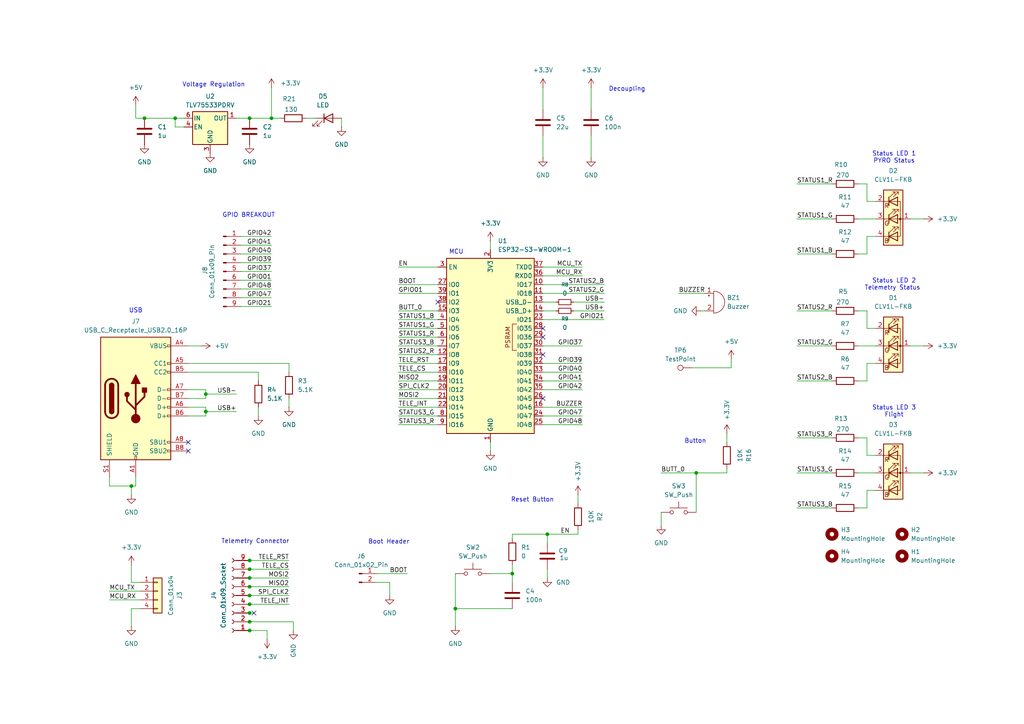
<source format=kicad_sch>
(kicad_sch (version 20250114) (generator "eeschema") (generator_version "9.0")
  (paper "A4")
  (lib_symbols
    (symbol "Connector:Conn_01x02_Pin" (pin_names (offset 1.016) (hide yes))
      (property "Reference" "J" (at 0 2.54 0))
      (property "Value" "Conn_01x02_Pin" (at 0 -5.08 0))
      (symbol "Conn_01x02_Pin_1_1"
        (pin passive line (at 5.08 0 180) (length 3.81) (name "Pin_1") (number "1"))
        (pin passive line (at 5.08 -2.54 180) (length 3.81) (name "Pin_2") (number "2"))
      )
    )
    (symbol "Connector:Conn_01x09_Pin" (pin_names (offset 1.016) (hide yes))
      (property "Reference" "J" (at 0 12.7 0))
      (property "Value" "Conn_01x09_Pin" (at 0 -12.7 0))
      (symbol "Conn_01x09_Pin_1_1"
        (pin passive line (at 5.08 10.16 180) (length 3.81) (name "Pin_1") (number "1"))
        (pin passive line (at 5.08 7.62 180) (length 3.81) (name "Pin_2") (number "2"))
        (pin passive line (at 5.08 5.08 180) (length 3.81) (name "Pin_3") (number "3"))
        (pin passive line (at 5.08 2.54 180) (length 3.81) (name "Pin_4") (number "4"))
        (pin passive line (at 5.08 0 180) (length 3.81) (name "Pin_5") (number "5"))
        (pin passive line (at 5.08 -2.54 180) (length 3.81) (name "Pin_6") (number "6"))
        (pin passive line (at 5.08 -5.08 180) (length 3.81) (name "Pin_7") (number "7"))
        (pin passive line (at 5.08 -7.62 180) (length 3.81) (name "Pin_8") (number "8"))
        (pin passive line (at 5.08 -10.16 180) (length 3.81) (name "Pin_9") (number "9"))
      )
    )
    (symbol "Connector:Conn_01x09_Socket" (pin_names (offset 1.016) (hide yes))
      (property "Reference" "J" (at 0 12.7 0))
      (property "Value" "Conn_01x09_Socket" (at 0 -12.7 0))
      (symbol "Conn_01x09_Socket_1_1"
        (pin passive line (at -5.08 10.16 0) (length 3.81) (name "Pin_1") (number "1"))
        (pin passive line (at -5.08 7.62 0) (length 3.81) (name "Pin_2") (number "2"))
        (pin passive line (at -5.08 5.08 0) (length 3.81) (name "Pin_3") (number "3"))
        (pin passive line (at -5.08 2.54 0) (length 3.81) (name "Pin_4") (number "4"))
        (pin passive line (at -5.08 0 0) (length 3.81) (name "Pin_5") (number "5"))
        (pin passive line (at -5.08 -2.54 0) (length 3.81) (name "Pin_6") (number "6"))
        (pin passive line (at -5.08 -5.08 0) (length 3.81) (name "Pin_7") (number "7"))
        (pin passive line (at -5.08 -7.62 0) (length 3.81) (name "Pin_8") (number "8"))
        (pin passive line (at -5.08 -10.16 0) (length 3.81) (name "Pin_9") (number "9"))
      )
    )
    (symbol "Connector:TestPoint" (pin_numbers (hide yes)) (pin_names (offset 0.762) (hide yes))
      (property "Reference" "TP" (at 0 6.858 0))
      (property "Value" "TestPoint" (at 0 5.08 0))
      (symbol "TestPoint_1_1"
        (pin passive line (at 0 0 90) (length 2.54) (name "1") (number "1"))
      )
    )
    (symbol "Connector:USB_C_Receptacle_USB2.0_16P" (pin_names (offset 1.016))
      (property "Reference" "J" (at 0 22.225 0))
      (property "Value" "USB_C_Receptacle_USB2.0_16P" (at 0 19.685 0))
      (symbol "USB_C_Receptacle_USB2.0_16P_1_1"
        (pin passive line (at -7.62 -22.86 90) (length 5.08) (name "SHIELD") (number "S1"))
        (pin passive line (at 0 -22.86 90) (length 5.08) (name "GND") (number "A1"))
        (pin passive line (at 0 -22.86 90) (length 5.08) (hide yes) (name "GND") (number "A12"))
        (pin passive line (at 0 -22.86 90) (length 5.08) (hide yes) (name "GND") (number "B1"))
        (pin passive line (at 0 -22.86 90) (length 5.08) (hide yes) (name "GND") (number "B12"))
        (pin passive line (at 15.24 15.24 180) (length 5.08) (name "VBUS") (number "A4"))
        (pin passive line (at 15.24 15.24 180) (length 5.08) (hide yes) (name "VBUS") (number "A9"))
        (pin passive line (at 15.24 15.24 180) (length 5.08) (hide yes) (name "VBUS") (number "B4"))
        (pin passive line (at 15.24 15.24 180) (length 5.08) (hide yes) (name "VBUS") (number "B9"))
        (pin bidirectional line (at 15.24 10.16 180) (length 5.08) (name "CC1") (number "A5"))
        (pin bidirectional line (at 15.24 7.62 180) (length 5.08) (name "CC2") (number "B5"))
        (pin bidirectional line (at 15.24 2.54 180) (length 5.08) (name "D-") (number "A7"))
        (pin bidirectional line (at 15.24 0 180) (length 5.08) (name "D-") (number "B7"))
        (pin bidirectional line (at 15.24 -2.54 180) (length 5.08) (name "D+") (number "A6"))
        (pin bidirectional line (at 15.24 -5.08 180) (length 5.08) (name "D+") (number "B6"))
        (pin bidirectional line (at 15.24 -12.7 180) (length 5.08) (name "SBU1") (number "A8"))
        (pin bidirectional line (at 15.24 -15.24 180) (length 5.08) (name "SBU2") (number "B8"))
      )
    )
    (symbol "Connector_Generic:Conn_01x04" (pin_names (offset 1.016) (hide yes))
      (property "Reference" "J" (at 0 5.08 0))
      (property "Value" "Conn_01x04" (at 0 -7.62 0))
      (symbol "Conn_01x04_1_1"
        (pin passive line (at -5.08 2.54 0) (length 3.81) (name "Pin_1") (number "1"))
        (pin passive line (at -5.08 0 0) (length 3.81) (name "Pin_2") (number "2"))
        (pin passive line (at -5.08 -2.54 0) (length 3.81) (name "Pin_3") (number "3"))
        (pin passive line (at -5.08 -5.08 0) (length 3.81) (name "Pin_4") (number "4"))
      )
    )
    (symbol "Device:Buzzer" (pin_names (offset 0.0254) (hide yes))
      (property "Reference" "BZ" (at 3.81 1.27 0))
      (property "Value" "Buzzer" (at 3.81 -1.27 0))
      (symbol "Buzzer_1_1"
        (pin passive line (at -2.54 2.54 0) (length 2.54) (name "+") (number "1"))
        (pin passive line (at -2.54 -2.54 0) (length 2.54) (name "-") (number "2"))
      )
    )
    (symbol "Device:C" (pin_numbers (hide yes)) (pin_names (offset 0.254))
      (property "Reference" "C" (at 0.635 2.54 0))
      (property "Value" "C" (at 0.635 -2.54 0))
      (symbol "C_1_1"
        (pin passive line (at 0 3.81 270) (length 2.794) (name "~") (number "1"))
        (pin passive line (at 0 -3.81 90) (length 2.794) (name "~") (number "2"))
      )
    )
    (symbol "Device:LED" (pin_numbers (hide yes)) (pin_names (offset 1.016) (hide yes))
      (property "Reference" "D" (at 0 2.54 0))
      (property "Value" "LED" (at 0 -2.54 0))
      (symbol "LED_1_1"
        (pin passive line (at -3.81 0 0) (length 2.54) (name "K") (number "1"))
        (pin passive line (at 3.81 0 180) (length 2.54) (name "A") (number "2"))
      )
    )
    (symbol "Device:R" (pin_numbers (hide yes)) (pin_names (offset 0))
      (property "Reference" "R" (at 2.032 0 90))
      (property "Value" "R" (at 0 0 90))
      (symbol "R_1_1"
        (pin passive line (at 0 3.81 270) (length 1.27) (name "~") (number "1"))
        (pin passive line (at 0 -3.81 90) (length 1.27) (name "~") (number "2"))
      )
    )
    (symbol "Device:R_Small" (pin_numbers (hide yes)) (pin_names (offset 0.254) (hide yes))
      (property "Reference" "R" (at 0 0 90))
      (property "Value" "R_Small" (at 1.778 0 90))
      (symbol "R_Small_1_1"
        (pin passive line (at 0 2.54 270) (length 0.762) (name "~") (number "1"))
        (pin passive line (at 0 -2.54 90) (length 0.762) (name "~") (number "2"))
      )
    )
    (symbol "LED:CLV1L-FKB" (pin_names (offset 0) (hide yes))
      (property "Reference" "D" (at 0 9.398 0))
      (property "Value" "CLV1L-FKB" (at 0 -8.89 0))
      (symbol "CLV1L-FKB_0_0"
        (text "R" (at -1.905 3.81 0) (effects (font (size 1.27 1.27))))
        (text "G" (at -1.905 -1.27 0) (effects (font (size 1.27 1.27))))
        (text "B" (at -1.905 -6.35 0) (effects (font (size 1.27 1.27))))
      )
      (symbol "CLV1L-FKB_1_1"
        (pin passive line (at -5.08 5.08 0) (length 2.54) (name "RK") (number "2"))
        (pin passive line (at -5.08 0 0) (length 2.54) (name "GK") (number "3"))
        (pin passive line (at -5.08 -5.08 0) (length 2.54) (name "BK") (number "4"))
        (pin passive line (at 5.08 0 180) (length 2.54) (name "A") (number "1"))
      )
    )
    (symbol "Mechanical:MountingHole" (pin_names (offset 1.016)) (in_bom no)
      (property "Reference" "H" (at 0 5.08 0))
      (property "Value" "MountingHole" (at 0 3.175 0))
    )
    (symbol "RF_Module:ESP32-S3-WROOM-1"
      (property "Reference" "U" (at -12.7 26.67 0))
      (property "Value" "ESP32-S3-WROOM-1" (at 12.7 26.67 0))
      (symbol "ESP32-S3-WROOM-1_0_0"
        (text "PSRAM" (at 5.08 2.54 900) (effects (font (size 1.27 1.27))))
      )
      (symbol "ESP32-S3-WROOM-1_1_1"
        (pin input line (at -15.24 22.86 0) (length 2.54) (name "EN") (number "3"))
        (pin bidirectional line (at -15.24 17.78 0) (length 2.54) (name "IO0") (number "27"))
        (pin bidirectional line (at -15.24 15.24 0) (length 2.54) (name "IO1") (number "39"))
        (pin bidirectional line (at -15.24 12.7 0) (length 2.54) (name "IO2") (number "38"))
        (pin bidirectional line (at -15.24 10.16 0) (length 2.54) (name "IO3") (number "15"))
        (pin bidirectional line (at -15.24 7.62 0) (length 2.54) (name "IO4") (number "4"))
        (pin bidirectional line (at -15.24 5.08 0) (length 2.54) (name "IO5") (number "5"))
        (pin bidirectional line (at -15.24 2.54 0) (length 2.54) (name "IO6") (number "6"))
        (pin bidirectional line (at -15.24 0 0) (length 2.54) (name "IO7") (number "7"))
        (pin bidirectional line (at -15.24 -2.54 0) (length 2.54) (name "IO8") (number "12"))
        (pin bidirectional line (at -15.24 -5.08 0) (length 2.54) (name "IO9") (number "17"))
        (pin bidirectional line (at -15.24 -7.62 0) (length 2.54) (name "IO10") (number "18"))
        (pin bidirectional line (at -15.24 -10.16 0) (length 2.54) (name "IO11") (number "19"))
        (pin bidirectional line (at -15.24 -12.7 0) (length 2.54) (name "IO12") (number "20"))
        (pin bidirectional line (at -15.24 -15.24 0) (length 2.54) (name "IO13") (number "21"))
        (pin bidirectional line (at -15.24 -17.78 0) (length 2.54) (name "IO14") (number "22"))
        (pin bidirectional line (at -15.24 -20.32 0) (length 2.54) (name "IO15") (number "8"))
        (pin bidirectional line (at -15.24 -22.86 0) (length 2.54) (name "IO16") (number "9"))
        (pin power_in line (at 0 27.94 270) (length 2.54) (name "3V3") (number "2"))
        (pin power_in line (at 0 -27.94 90) (length 2.54) (name "GND") (number "1"))
        (pin passive line (at 0 -27.94 90) (length 2.54) (hide yes) (name "GND") (number "40"))
        (pin passive line (at 0 -27.94 90) (length 2.54) (hide yes) (name "GND") (number "41"))
        (pin bidirectional line (at 15.24 22.86 180) (length 2.54) (name "TXD0") (number "37"))
        (pin bidirectional line (at 15.24 20.32 180) (length 2.54) (name "RXD0") (number "36"))
        (pin bidirectional line (at 15.24 17.78 180) (length 2.54) (name "IO17") (number "10"))
        (pin bidirectional line (at 15.24 15.24 180) (length 2.54) (name "IO18") (number "11"))
        (pin bidirectional line (at 15.24 12.7 180) (length 2.54) (name "USB_D-") (number "13"))
        (pin bidirectional line (at 15.24 10.16 180) (length 2.54) (name "USB_D+") (number "14"))
        (pin bidirectional line (at 15.24 7.62 180) (length 2.54) (name "IO21") (number "23"))
        (pin bidirectional line (at 15.24 5.08 180) (length 2.54) (name "IO35") (number "28"))
        (pin bidirectional line (at 15.24 2.54 180) (length 2.54) (name "IO36") (number "29"))
        (pin bidirectional line (at 15.24 0 180) (length 2.54) (name "IO37") (number "30"))
        (pin bidirectional line (at 15.24 -2.54 180) (length 2.54) (name "IO38") (number "31"))
        (pin bidirectional line (at 15.24 -5.08 180) (length 2.54) (name "IO39") (number "32"))
        (pin bidirectional line (at 15.24 -7.62 180) (length 2.54) (name "IO40") (number "33"))
        (pin bidirectional line (at 15.24 -10.16 180) (length 2.54) (name "IO41") (number "34"))
        (pin bidirectional line (at 15.24 -12.7 180) (length 2.54) (name "IO42") (number "35"))
        (pin bidirectional line (at 15.24 -15.24 180) (length 2.54) (name "IO45") (number "26"))
        (pin bidirectional line (at 15.24 -17.78 180) (length 2.54) (name "IO46") (number "16"))
        (pin bidirectional line (at 15.24 -20.32 180) (length 2.54) (name "IO47") (number "24"))
        (pin bidirectional line (at 15.24 -22.86 180) (length 2.54) (name "IO48") (number "25"))
      )
    )
    (symbol "Regulator_Linear:TLV75533PDRV" (pin_names (offset 0.254))
      (property "Reference" "U" (at -3.81 5.715 0))
      (property "Value" "TLV75533PDRV" (at 0 5.715 0))
      (symbol "TLV75533PDRV_1_1"
        (pin power_in line (at -7.62 2.54 0) (length 2.54) (name "IN") (number "6"))
        (pin input line (at -7.62 0 0) (length 2.54) (name "EN") (number "4"))
        (pin power_in line (at 0 -7.62 90) (length 2.54) (name "GND") (number "3"))
        (pin passive line (at 0 -7.62 90) (length 2.54) (hide yes) (name "GND") (number "7"))
        (pin no_connect line (at 5.08 0 180) (length 2.54) (hide yes) (name "NC") (number "2"))
        (pin no_connect line (at 5.08 -2.54 180) (length 2.54) (hide yes) (name "NC") (number "5"))
        (pin power_out line (at 7.62 2.54 180) (length 2.54) (name "OUT") (number "1"))
      )
    )
    (symbol "Switch:SW_Push" (pin_numbers (hide yes)) (pin_names (offset 1.016) (hide yes))
      (property "Reference" "SW" (at 1.27 2.54 0))
      (property "Value" "SW_Push" (at 0 -1.524 0))
      (symbol "SW_Push_0_1"
        (pin passive line (at -5.08 0 0) (length 2.54) (name "1") (number "1"))
        (pin passive line (at 5.08 0 180) (length 2.54) (name "2") (number "2"))
      )
    )
    (symbol "power:+3.3V" (power) (pin_numbers (hide yes)) (pin_names (offset 0) (hide yes))
      (property "Value" "+3.3V" (at 0 3.556 0))
      (symbol "+3.3V_1_1"
        (pin power_in line (at 0 0 90) (length 0) (name "~") (number "1"))
      )
    )
    (symbol "power:+5V" (power) (pin_numbers (hide yes)) (pin_names (offset 0) (hide yes))
      (property "Value" "+5V" (at 0 3.556 0))
      (symbol "+5V_1_1"
        (pin power_in line (at 0 0 90) (length 0) (name "~") (number "1"))
      )
    )
    (symbol "power:GND" (power) (pin_numbers (hide yes)) (pin_names (offset 0) (hide yes))
      (property "Value" "GND" (at 0 -3.81 0))
      (symbol "GND_1_1"
        (pin power_in line (at 0 0 270) (length 0) (name "~") (number "1"))
      )
    )
  )
  (text "Status LED 3\nFlight\n" (at 259.334 119.38 0) (effects (font (size 1.27 1.27))))
  (text "Telemetry Connector\n" (at 74.041 157.099 0) (effects (font (size 1.27 1.27))))
  (text "Voltage Regulation\n" (at 61.976 24.638 0) (effects (font (size 1.27 1.27))))
  (text "Status LED 2\nTelemetry Status \n" (at 259.334 82.55 0) (effects (font (size 1.27 1.27))))
  (text "Boot Header\n" (at 112.776 157.226 0) (effects (font (size 1.27 1.27))))
  (text "Status LED 1\nPYRO Status\n" (at 259.334 45.72 0) (effects (font (size 1.27 1.27))))
  (text "MCU\n\n" (at 132.334 74.168 0) (effects (font (size 1.27 1.27))))
  (text "Decoupling" (at 181.864 25.908 0) (effects (font (size 1.27 1.27))))
  (text "USB\n" (at 39.37 90.17 0) (effects (font (size 1.27 1.27))))
  (text "Reset Button" (at 154.432 145.034 0) (effects (font (size 1.27 1.27))))
  (text "GPIO BREAKOUT\n" (at 72.136 62.484 0) (effects (font (size 1.27 1.27))))
  (text "Button\n" (at 201.676 128.016 0) (effects (font (size 1.27 1.27))))
  (junction (at 50.8 34.29))
  (junction (at 158.75 154.94))
  (junction (at 72.39 177.8))
  (junction (at 72.39 175.26))
  (junction (at 72.39 34.29))
  (junction (at 72.39 162.56))
  (junction (at 148.59 166.37))
  (junction (at 72.39 182.88))
  (junction (at 59.69 119.38))
  (junction (at 41.91 34.29))
  (junction (at 72.39 180.34))
  (junction (at 201.93 137.16))
  (junction (at 72.39 172.72))
  (junction (at 72.39 167.64))
  (junction (at 78.74 34.29))
  (junction (at 38.1 140.97))
  (junction (at 59.69 114.3))
  (junction (at 72.39 165.1))
  (junction (at 72.39 170.18))
  (junction (at 132.08 176.53))
  (no_connect (at 54.61 128.27))
  (no_connect (at 157.48 115.57))
  (no_connect (at 157.48 97.79))
  (no_connect (at 73.66 177.8))
  (no_connect (at 127 87.63))
  (no_connect (at 157.48 95.25))
  (no_connect (at 54.61 130.81))
  (no_connect (at 157.48 102.87))
  (wire (pts (xy 74.93 107.95) (xy 54.61 107.95)))
  (wire (pts (xy 127 120.65) (xy 115.57 120.65)))
  (wire (pts (xy 158.75 154.94) (xy 167.64 154.94)))
  (wire (pts (xy 231.14 53.34) (xy 241.3 53.34)))
  (wire (pts (xy 231.14 73.66) (xy 241.3 73.66)))
  (wire (pts (xy 248.92 137.16) (xy 254 137.16)))
  (wire (pts (xy 115.57 105.41) (xy 127 105.41)))
  (wire (pts (xy 54.61 100.33) (xy 58.42 100.33)))
  (wire (pts (xy 69.85 88.9) (xy 78.74 88.9)))
  (wire (pts (xy 83.82 115.57) (xy 83.82 118.11)))
  (wire (pts (xy 251.46 105.41) (xy 254 105.41)))
  (wire (pts (xy 40.64 171.45) (xy 31.75 171.45)))
  (wire (pts (xy 115.57 100.33) (xy 127 100.33)))
  (wire (pts (xy 167.64 143.51) (xy 167.64 146.05)))
  (wire (pts (xy 212.09 104.14) (xy 212.09 106.68)))
  (wire (pts (xy 166.37 87.63) (xy 175.26 87.63)))
  (wire (pts (xy 251.46 142.24) (xy 254 142.24)))
  (wire (pts (xy 148.59 176.53) (xy 132.08 176.53)))
  (wire (pts (xy 127 97.79) (xy 115.57 97.79)))
  (wire (pts (xy 158.75 167.64) (xy 158.75 165.1)))
  (wire (pts (xy 264.16 63.5) (xy 267.97 63.5)))
  (wire (pts (xy 38.1 163.83) (xy 38.1 168.91)))
  (wire (pts (xy 69.85 76.2) (xy 78.74 76.2)))
  (wire (pts (xy 157.48 45.72) (xy 157.48 39.37)))
  (wire (pts (xy 248.92 53.34) (xy 251.46 53.34)))
  (wire (pts (xy 231.14 100.33) (xy 241.3 100.33)))
  (wire (pts (xy 248.92 147.32) (xy 251.46 147.32)))
  (wire (pts (xy 210.82 135.89) (xy 210.82 137.16)))
  (wire (pts (xy 40.64 168.91) (xy 38.1 168.91)))
  (wire (pts (xy 109.22 166.37) (xy 118.11 166.37)))
  (wire (pts (xy 54.61 120.65) (xy 59.69 120.65)))
  (wire (pts (xy 59.69 120.65) (xy 59.69 119.38)))
  (wire (pts (xy 157.48 92.71) (xy 175.26 92.71)))
  (wire (pts (xy 248.92 127) (xy 251.46 127)))
  (wire (pts (xy 167.64 153.67) (xy 167.64 154.94)))
  (wire (pts (xy 251.46 53.34) (xy 251.46 58.42)))
  (wire (pts (xy 248.92 73.66) (xy 251.46 73.66)))
  (wire (pts (xy 72.39 162.56) (xy 83.82 162.56)))
  (wire (pts (xy 54.61 105.41) (xy 83.82 105.41)))
  (wire (pts (xy 59.69 113.03) (xy 59.69 114.3)))
  (wire (pts (xy 115.57 92.71) (xy 127 92.71)))
  (wire (pts (xy 142.24 69.85) (xy 142.24 72.39)))
  (wire (pts (xy 157.48 77.47) (xy 168.91 77.47)))
  (wire (pts (xy 78.74 25.4) (xy 78.74 34.29)))
  (wire (pts (xy 85.09 182.88) (xy 85.09 180.34)))
  (wire (pts (xy 72.39 172.72) (xy 83.82 172.72)))
  (wire (pts (xy 142.24 166.37) (xy 148.59 166.37)))
  (wire (pts (xy 69.85 78.74) (xy 78.74 78.74)))
  (wire (pts (xy 251.46 73.66) (xy 251.46 68.58)))
  (wire (pts (xy 99.06 34.29) (xy 99.06 36.83)))
  (wire (pts (xy 196.85 85.09) (xy 204.47 85.09)))
  (wire (pts (xy 210.82 125.73) (xy 210.82 128.27)))
  (wire (pts (xy 248.92 63.5) (xy 254 63.5)))
  (wire (pts (xy 54.61 118.11) (xy 59.69 118.11)))
  (wire (pts (xy 157.48 25.4) (xy 157.48 31.75)))
  (wire (pts (xy 168.91 110.49) (xy 157.48 110.49)))
  (wire (pts (xy 251.46 132.08) (xy 254 132.08)))
  (wire (pts (xy 168.91 118.11) (xy 157.48 118.11)))
  (wire (pts (xy 54.61 113.03) (xy 59.69 113.03)))
  (wire (pts (xy 201.93 137.16) (xy 201.93 148.59)))
  (wire (pts (xy 115.57 77.47) (xy 127 77.47)))
  (wire (pts (xy 78.74 34.29) (xy 72.39 34.29)))
  (wire (pts (xy 74.93 110.49) (xy 74.93 107.95)))
  (wire (pts (xy 127 118.11) (xy 115.57 118.11)))
  (wire (pts (xy 39.37 140.97) (xy 38.1 140.97)))
  (wire (pts (xy 157.48 82.55) (xy 175.26 82.55)))
  (wire (pts (xy 41.91 34.29) (xy 50.8 34.29)))
  (wire (pts (xy 72.39 170.18) (xy 83.82 170.18)))
  (wire (pts (xy 264.16 100.33) (xy 267.97 100.33)))
  (wire (pts (xy 148.59 154.94) (xy 158.75 154.94)))
  (wire (pts (xy 69.85 73.66) (xy 78.74 73.66)))
  (wire (pts (xy 127 95.25) (xy 115.57 95.25)))
  (wire (pts (xy 59.69 114.3) (xy 68.58 114.3)))
  (wire (pts (xy 157.48 120.65) (xy 168.91 120.65)))
  (wire (pts (xy 157.48 80.01) (xy 168.91 80.01)))
  (wire (pts (xy 38.1 176.53) (xy 38.1 181.61)))
  (wire (pts (xy 77.47 185.42) (xy 77.47 182.88)))
  (wire (pts (xy 203.2 90.17) (xy 204.47 90.17)))
  (wire (pts (xy 38.1 140.97) (xy 38.1 143.51)))
  (wire (pts (xy 231.14 147.32) (xy 241.3 147.32)))
  (wire (pts (xy 59.69 119.38) (xy 68.58 119.38)))
  (wire (pts (xy 171.45 25.4) (xy 171.45 31.75)))
  (wire (pts (xy 68.58 34.29) (xy 72.39 34.29)))
  (wire (pts (xy 251.46 127) (xy 251.46 132.08)))
  (wire (pts (xy 148.59 163.83) (xy 148.59 166.37)))
  (wire (pts (xy 191.77 137.16) (xy 201.93 137.16)))
  (wire (pts (xy 59.69 115.57) (xy 54.61 115.57)))
  (wire (pts (xy 127 110.49) (xy 115.57 110.49)))
  (wire (pts (xy 148.59 166.37) (xy 148.59 168.91)))
  (wire (pts (xy 251.46 90.17) (xy 251.46 95.25)))
  (wire (pts (xy 132.08 166.37) (xy 132.08 176.53)))
  (wire (pts (xy 158.75 157.48) (xy 158.75 154.94)))
  (wire (pts (xy 127 107.95) (xy 115.57 107.95)))
  (wire (pts (xy 231.14 110.49) (xy 241.3 110.49)))
  (wire (pts (xy 69.85 86.36) (xy 78.74 86.36)))
  (wire (pts (xy 168.91 107.95) (xy 157.48 107.95)))
  (wire (pts (xy 31.75 140.97) (xy 38.1 140.97)))
  (wire (pts (xy 148.59 154.94) (xy 148.59 156.21)))
  (wire (pts (xy 251.46 147.32) (xy 251.46 142.24)))
  (wire (pts (xy 251.46 58.42) (xy 254 58.42)))
  (wire (pts (xy 115.57 102.87) (xy 127 102.87)))
  (wire (pts (xy 59.69 115.57) (xy 59.69 114.3)))
  (wire (pts (xy 127 123.19) (xy 115.57 123.19)))
  (wire (pts (xy 72.39 177.8) (xy 73.66 177.8)))
  (wire (pts (xy 132.08 176.53) (xy 132.08 181.61)))
  (wire (pts (xy 157.48 123.19) (xy 168.91 123.19)))
  (wire (pts (xy 88.9 34.29) (xy 91.44 34.29)))
  (wire (pts (xy 31.75 138.43) (xy 31.75 140.97)))
  (wire (pts (xy 85.09 180.34) (xy 72.39 180.34)))
  (wire (pts (xy 248.92 110.49) (xy 251.46 110.49)))
  (wire (pts (xy 157.48 90.17) (xy 161.29 90.17)))
  (wire (pts (xy 157.48 87.63) (xy 161.29 87.63)))
  (wire (pts (xy 231.14 63.5) (xy 241.3 63.5)))
  (wire (pts (xy 231.14 127) (xy 241.3 127)))
  (wire (pts (xy 115.57 82.55) (xy 127 82.55)))
  (wire (pts (xy 69.85 81.28) (xy 78.74 81.28)))
  (wire (pts (xy 251.46 68.58) (xy 254 68.58)))
  (wire (pts (xy 191.77 148.59) (xy 191.77 152.4)))
  (wire (pts (xy 109.22 168.91) (xy 113.03 168.91)))
  (wire (pts (xy 72.39 167.64) (xy 83.82 167.64)))
  (wire (pts (xy 248.92 90.17) (xy 251.46 90.17)))
  (wire (pts (xy 41.91 34.29) (xy 39.37 34.29)))
  (wire (pts (xy 251.46 95.25) (xy 254 95.25)))
  (wire (pts (xy 201.93 137.16) (xy 210.82 137.16)))
  (wire (pts (xy 171.45 45.72) (xy 171.45 39.37)))
  (wire (pts (xy 72.39 182.88) (xy 77.47 182.88)))
  (wire (pts (xy 69.85 68.58) (xy 78.74 68.58)))
  (wire (pts (xy 39.37 140.97) (xy 39.37 138.43)))
  (wire (pts (xy 53.34 34.29) (xy 50.8 34.29)))
  (wire (pts (xy 251.46 110.49) (xy 251.46 105.41)))
  (wire (pts (xy 83.82 105.41) (xy 83.82 107.95)))
  (wire (pts (xy 78.74 34.29) (xy 81.28 34.29)))
  (wire (pts (xy 40.64 173.99) (xy 31.75 173.99)))
  (wire (pts (xy 168.91 105.41) (xy 157.48 105.41)))
  (wire (pts (xy 166.37 90.17) (xy 175.26 90.17)))
  (wire (pts (xy 231.14 137.16) (xy 241.3 137.16)))
  (wire (pts (xy 127 115.57) (xy 115.57 115.57)))
  (wire (pts (xy 59.69 118.11) (xy 59.69 119.38)))
  (wire (pts (xy 157.48 85.09) (xy 175.26 85.09)))
  (wire (pts (xy 115.57 85.09) (xy 127 85.09)))
  (wire (pts (xy 127 113.03) (xy 115.57 113.03)))
  (wire (pts (xy 157.48 113.03) (xy 168.91 113.03)))
  (wire (pts (xy 69.85 71.12) (xy 78.74 71.12)))
  (wire (pts (xy 39.37 30.48) (xy 39.37 34.29)))
  (wire (pts (xy 200.66 106.68) (xy 212.09 106.68)))
  (wire (pts (xy 113.03 168.91) (xy 113.03 172.72)))
  (wire (pts (xy 231.14 90.17) (xy 241.3 90.17)))
  (wire (pts (xy 72.39 175.26) (xy 83.82 175.26)))
  (wire (pts (xy 69.85 83.82) (xy 78.74 83.82)))
  (wire (pts (xy 50.8 36.83) (xy 50.8 34.29)))
  (wire (pts (xy 40.64 176.53) (xy 38.1 176.53)))
  (wire (pts (xy 74.93 118.11) (xy 74.93 120.65)))
  (wire (pts (xy 53.34 36.83) (xy 50.8 36.83)))
  (wire (pts (xy 157.48 100.33) (xy 168.91 100.33)))
  (wire (pts (xy 115.57 90.17) (xy 127 90.17)))
  (wire (pts (xy 142.24 130.81) (xy 142.24 128.27)))
  (wire (pts (xy 248.92 100.33) (xy 254 100.33)))
  (wire (pts (xy 72.39 165.1) (xy 83.82 165.1)))
  (wire (pts (xy 264.16 137.16) (xy 267.97 137.16)))
  (label "USB+" (at 68.58 119.38 180))
  (label "SPI_CLK2" (at 83.82 172.72 180))
  (label "STATUS2_G" (at 175.26 85.09 180))
  (label "USB-" (at 68.58 114.3 180))
  (label "GPIO01" (at 78.74 81.28 180))
  (label "TELE_RST" (at 115.57 105.41 0))
  (label "STATUS3_G" (at 231.14 137.16 0))
  (label "BUTT_0" (at 191.77 137.16 0))
  (label "TELE_INT" (at 115.57 118.11 0))
  (label "STATUS2_G" (at 231.14 100.33 0))
  (label "EN" (at 162.56 154.94 0))
  (label "GPIO41" (at 78.74 71.12 180))
  (label "MOSI2" (at 83.82 167.64 180))
  (label "GPIO47" (at 78.74 86.36 180))
  (label "GPIO48" (at 168.91 123.19 180))
  (label "BOOT" (at 115.57 82.55 0))
  (label "STATUS1_R" (at 231.14 53.34 0))
  (label "BUZZER" (at 196.85 85.09 0))
  (label "SPI_CLK2" (at 115.57 113.03 0))
  (label "GPIO40" (at 168.91 107.95 180))
  (label "STATUS1_B" (at 231.14 73.66 0))
  (label "MISO2" (at 115.57 110.49 0))
  (label "STATUS3_G" (at 115.57 120.65 0))
  (label "STATUS1_G" (at 231.14 63.5 0))
  (label "GPIO41" (at 168.91 110.49 180))
  (label "GPIO39" (at 78.74 76.2 180))
  (label "GPIO48" (at 78.74 83.82 180))
  (label "MCU_TX" (at 31.75 171.45 0))
  (label "MCU_RX" (at 31.75 173.99 0))
  (label "GPIO47" (at 168.91 120.65 180))
  (label "STATUS3_B" (at 115.57 100.33 0))
  (label "STATUS2_R" (at 115.57 102.87 0))
  (label "MCU_RX" (at 168.91 80.01 180))
  (label "STATUS3_R" (at 231.14 127 0))
  (label "MOSI2" (at 115.57 115.57 0))
  (label "STATUS1_B" (at 115.57 92.71 0))
  (label "STATUS1_R" (at 115.57 97.79 0))
  (label "GPIO01" (at 115.57 85.09 0))
  (label "MISO2" (at 83.82 170.18 180))
  (label "GPIO37" (at 168.91 100.33 180))
  (label "GPIO42" (at 168.91 113.03 180))
  (label "GPIO39" (at 168.91 105.41 180))
  (label "STATUS2_R" (at 231.14 90.17 0))
  (label "GPIO21" (at 175.26 92.71 180))
  (label "BOOT" (at 118.11 166.37 180))
  (label "GPIO42" (at 78.74 68.58 180))
  (label "USB+" (at 175.26 90.17 180))
  (label "TELE_CS" (at 83.82 165.1 180))
  (label "TELE_RST" (at 83.82 162.56 180))
  (label "EN" (at 115.57 77.47 0))
  (label "GPIO37" (at 78.74 78.74 180))
  (label "MCU_TX" (at 168.91 77.47 180))
  (label "STATUS3_B" (at 231.14 147.32 0))
  (label "STATUS2_B" (at 175.26 82.55 180))
  (label "BUTT_0" (at 115.57 90.17 0))
  (label "TELE_CS" (at 115.57 107.95 0))
  (label "USB-" (at 175.26 87.63 180))
  (label "GPIO40" (at 78.74 73.66 180))
  (label "STATUS1_G" (at 115.57 95.25 0))
  (label "GPIO21" (at 78.74 88.9 180))
  (label "STATUS3_R" (at 115.57 123.19 0))
  (label "TELE_INT" (at 83.82 175.26 180))
  (label "STATUS2_B" (at 231.14 110.49 0))
  (label "BUZZER" (at 168.91 118.11 180))
  (symbol (lib_id "Switch:SW_Push") (at 196.85 148.59 0) (unit 1)
    (property "Reference" "SW3" (at 196.85 140.97 0))
    (property "Value" "SW_Push" (at 196.85 143.51 0))
    (property "Footprint" "Button_Switch_SMD:SW_SPST_PTS810" (effects (hide yes)))
    (property "Description" "Push button switch, generic, two pins" (effects (hide yes)))
  )
  (symbol (lib_id "Device:R") (at 167.64 149.86 0) (unit 1)
    (property "Reference" "R2" (at 173.99 149.86 90))
    (property "Value" "10K" (at 171.45 149.86 90))
    (property "Footprint" "Resistor_SMD:R_0805_2012Metric" (effects (hide yes)))
    (property "Description" "Resistor" (effects (hide yes)))
  )
  (symbol (lib_id "power:GND") (at 203.2 90.17 270) (unit 1)
    (property "Reference" "#PWR038" (effects (hide yes)))
    (property "Value" "GND" (at 199.39 90.1701 90) (effects (justify right)))
    (property "Description" "Power symbol creates a global label with name \"GND\" , ground" (effects (hide yes)))
  )
  (symbol (lib_id "power:GND") (at 41.91 41.91 0) (unit 1)
    (property "Reference" "#PWR05" (effects (hide yes)))
    (property "Value" "GND" (at 41.91 46.99 0))
    (property "Description" "Power symbol creates a global label with name \"GND\" , ground" (effects (hide yes)))
  )
  (symbol (lib_id "Device:R") (at 245.11 63.5 90) (unit 1)
    (property "Reference" "R11" (at 245.11 57.15 90))
    (property "Value" "47" (at 245.11 59.69 90))
    (property "Footprint" "Resistor_SMD:R_0805_2012Metric" (effects (hide yes)))
    (property "Description" "Resistor" (effects (hide yes)))
  )
  (symbol (lib_id "Device:R_Small") (at 163.83 90.17 90) (unit 1)
    (property "Reference" "R9" (at 163.83 92.456 90) (effects (font (size 1.016 1.016))))
    (property "Value" "0" (at 163.83 94.996 90))
    (property "Footprint" "Resistor_SMD:R_0805_2012Metric" (effects (hide yes)))
    (property "Description" "Resistor, small symbol" (effects (hide yes)))
  )
  (symbol (lib_id "power:GND") (at 60.96 44.45 0) (unit 1)
    (property "Reference" "#PWR04" (effects (hide yes)))
    (property "Value" "GND" (at 60.96 49.53 0))
    (property "Description" "Power symbol creates a global label with name \"GND\" , ground" (effects (hide yes)))
  )
  (symbol (lib_id "Mechanical:MountingHole") (at 261.62 161.29 0) (unit 1) (in_bom no)
    (property "Reference" "H1" (at 264.16 160.0199 0) (effects (justify left)))
    (property "Value" "MountingHole" (at 264.16 162.5599 0) (effects (justify left)))
    (property "Footprint" "MountingHole:MountingHole_3mm" (effects (hide yes)))
    (property "Description" "Mounting Hole without connection" (effects (hide yes)))
  )
  (symbol (lib_id "Device:R") (at 245.11 53.34 90) (unit 1)
    (property "Reference" "R10" (at 245.872 47.752 90) (effects (justify left)))
    (property "Value" "270" (at 246.3799 50.8 90) (effects (justify left)))
    (property "Footprint" "Resistor_SMD:R_0805_2012Metric" (effects (hide yes)))
    (property "Description" "Resistor" (effects (hide yes)))
  )
  (symbol (lib_id "power:+3.3V") (at 171.45 25.4 0) (unit 1)
    (property "Reference" "#PWR014" (effects (hide yes)))
    (property "Value" "+3.3V" (at 171.45 20.32 0))
    (property "Description" "Power symbol creates a global label with name \"+3.3V\"" (effects (hide yes)))
  )
  (symbol (lib_id "power:GND") (at 38.1 181.61 0) (unit 1)
    (property "Reference" "#PWR011" (effects (hide yes)))
    (property "Value" "GND" (at 38.1 186.69 0))
    (property "Description" "Power symbol creates a global label with name \"GND\" , ground" (effects (hide yes)))
  )
  (symbol (lib_id "LED:CLV1L-FKB") (at 259.08 100.33 0) (unit 1)
    (property "Reference" "D1" (at 259.08 86.36 0))
    (property "Value" "CLV1L-FKB" (at 259.08 88.9 0))
    (property "Footprint" "LED_SMD:LED_Cree-PLCC4_3.2x2.8mm_CCW" (effects (hide yes)))
    (property "Datasheet" "http://www.cree.com/led-components/media/documents/CLV1L-FKB-1238.pdf" (effects (hide yes)))
    (property "Description" "Cree PLCC4 3 in 1 SMD LED" (effects (hide yes)))
  )
  (symbol (lib_id "Device:Buzzer") (at 207.01 87.63 0) (unit 1)
    (property "Reference" "BZ1" (at 210.82 86.3599 0) (effects (justify left)))
    (property "Value" "Buzzer" (at 210.82 88.8999 0) (effects (justify left)))
    (property "Footprint" "Buzzer_Beeper:Buzzer_12x9.5RM7.6" (effects (hide yes)))
    (property "Description" "Buzzer, polarized" (effects (hide yes)))
  )
  (symbol (lib_id "power:GND") (at 171.45 45.72 0) (unit 1)
    (property "Reference" "#PWR013" (effects (hide yes)))
    (property "Value" "GND" (at 171.45 50.8 0))
    (property "Description" "Power symbol creates a global label with name \"GND\" , ground" (effects (hide yes)))
  )
  (symbol (lib_id "Connector:Conn_01x09_Socket") (at 67.31 172.72 180) (unit 1)
    (property "Reference" "J4" (at 61.976 172.72 90))
    (property "Value" "Conn_01x09_Socket" (at 64.77 172.72 90))
    (property "Footprint" "Connector_PinSocket_2.54mm:PinSocket_1x09_P2.54mm_Vertical" (effects (hide yes)))
    (property "Description" "Generic connector, single row, 01x09, script generated" (effects (hide yes)))
  )
  (symbol (lib_id "power:GND") (at 157.48 45.72 0) (unit 1)
    (property "Reference" "#PWR012" (effects (hide yes)))
    (property "Value" "GND" (at 157.48 50.8 0))
    (property "Description" "Power symbol creates a global label with name \"GND\" , ground" (effects (hide yes)))
  )
  (symbol (lib_id "power:GND") (at 99.06 36.83 0) (unit 1)
    (property "Reference" "#PWR028" (effects (hide yes)))
    (property "Value" "GND" (at 99.06 41.91 0))
    (property "Description" "Power symbol creates a global label with name \"GND\" , ground" (effects (hide yes)))
  )
  (symbol (lib_id "Device:C") (at 171.45 35.56 0) (unit 1)
    (property "Reference" "C6" (at 175.26 34.2899 0) (effects (justify left)))
    (property "Value" "100n" (at 175.26 36.8299 0) (effects (justify left)))
    (property "Footprint" "Capacitor_SMD:C_0805_2012Metric" (effects (hide yes)))
    (property "Description" "Unpolarized capacitor" (effects (hide yes)))
  )
  (symbol (lib_id "Connector:TestPoint") (at 200.66 106.68 90) (unit 1)
    (property "Reference" "TP6" (at 197.358 101.6 90))
    (property "Value" "TestPoint" (at 197.358 104.14 90))
    (property "Footprint" "TestPoint:TestPoint_Pad_D2.0mm" (effects (hide yes)))
    (property "Description" "test point" (effects (hide yes)))
  )
  (symbol (lib_id "LED:CLV1L-FKB") (at 259.08 137.16 0) (unit 1)
    (property "Reference" "D3" (at 259.08 123.19 0))
    (property "Value" "CLV1L-FKB" (at 259.08 125.73 0))
    (property "Footprint" "LED_SMD:LED_Cree-PLCC4_3.2x2.8mm_CCW" (effects (hide yes)))
    (property "Datasheet" "http://www.cree.com/led-components/media/documents/CLV1L-FKB-1238.pdf" (effects (hide yes)))
    (property "Description" "Cree PLCC4 3 in 1 SMD LED" (effects (hide yes)))
  )
  (symbol (lib_id "Device:R") (at 210.82 132.08 0) (unit 1)
    (property "Reference" "R16" (at 217.17 132.08 90))
    (property "Value" "10K" (at 214.63 132.08 90))
    (property "Footprint" "Resistor_SMD:R_0805_2012Metric" (effects (hide yes)))
    (property "Description" "Resistor" (effects (hide yes)))
  )
  (symbol (lib_id "Device:R") (at 245.11 90.17 90) (unit 1)
    (property "Reference" "R5" (at 245.872 84.582 90) (effects (justify left)))
    (property "Value" "270" (at 246.3799 87.63 90) (effects (justify left)))
    (property "Footprint" "Resistor_SMD:R_0805_2012Metric" (effects (hide yes)))
    (property "Description" "Resistor" (effects (hide yes)))
  )
  (symbol (lib_id "power:+3.3V") (at 77.47 185.42 180) (unit 1)
    (property "Reference" "#PWR036" (effects (hide yes)))
    (property "Value" "+3.3V" (at 77.47 190.5 0))
    (property "Description" "Power symbol creates a global label with name \"+3.3V\"" (effects (hide yes)))
  )
  (symbol (lib_id "Device:R") (at 245.11 137.16 90) (unit 1)
    (property "Reference" "R14" (at 245.11 130.81 90))
    (property "Value" "47" (at 245.11 133.35 90))
    (property "Footprint" "Resistor_SMD:R_0805_2012Metric" (effects (hide yes)))
    (property "Description" "Resistor" (effects (hide yes)))
  )
  (symbol (lib_id "power:GND") (at 191.77 152.4 0) (unit 1)
    (property "Reference" "#PWR037" (effects (hide yes)))
    (property "Value" "GND" (at 191.77 157.48 0))
    (property "Description" "Power symbol creates a global label with name \"GND\" , ground" (effects (hide yes)))
  )
  (symbol (lib_id "power:+3.3V") (at 157.48 25.4 0) (unit 1)
    (property "Reference" "#PWR015" (effects (hide yes)))
    (property "Value" "+3.3V" (at 157.48 20.32 0))
    (property "Description" "Power symbol creates a global label with name \"+3.3V\"" (effects (hide yes)))
  )
  (symbol (lib_id "power:+5V") (at 58.42 100.33 270) (unit 1)
    (property "Reference" "#PWR024" (effects (hide yes)))
    (property "Value" "+5V" (at 62.23 100.3299 90) (effects (justify left)))
    (property "Description" "Power symbol creates a global label with name \"+5V\"" (effects (hide yes)))
  )
  (symbol (lib_id "Device:R") (at 245.11 110.49 90) (unit 1)
    (property "Reference" "R6" (at 245.11 104.14 90))
    (property "Value" "47" (at 245.11 106.68 90))
    (property "Footprint" "Resistor_SMD:R_0805_2012Metric" (effects (hide yes)))
    (property "Description" "Resistor" (effects (hide yes)))
  )
  (symbol (lib_id "Device:R") (at 74.93 114.3 180) (unit 1)
    (property "Reference" "R4" (at 77.47 113.0299 0) (effects (justify right)))
    (property "Value" "5.1K" (at 77.47 115.5699 0) (effects (justify right)))
    (property "Footprint" "Resistor_SMD:R_0805_2012Metric" (effects (hide yes)))
    (property "Description" "Resistor" (effects (hide yes)))
  )
  (symbol (lib_id "Regulator_Linear:TLV75533PDRV") (at 60.96 36.83 0) (unit 1)
    (property "Reference" "U2" (at 60.96 27.94 0))
    (property "Value" "TLV75533PDRV" (at 60.96 30.48 0))
    (property "Footprint" "Package_TO_SOT_SMD:SOT-223" (effects (hide yes)))
    (property "Datasheet" "http://www.ti.com/lit/ds/symlink/tlv755p.pdf" (effects (hide yes)))
    (property "Description" "500mA Low Dropout Voltage Regulator, Fixed Output 3.3V, WSON6" (effects (hide yes)))
  )
  (symbol (lib_id "Connector:USB_C_Receptacle_USB2.0_16P") (at 39.37 115.57 0) (unit 1)
    (property "Reference" "J7" (at 39.37 93.218 0))
    (property "Value" "USB_C_Receptacle_USB2.0_16P" (at 39.37 95.758 0))
    (property "Footprint" "Connector_USB:USB_C_Receptacle_GCT_USB4105-xx-A_16P_TopMnt_Horizontal" (effects (hide yes)))
    (property "Datasheet" "https://www.usb.org/sites/default/files/documents/usb_type-c.zip" (effects (hide yes)))
    (property "Description" "USB 2.0-only 16P Type-C Receptacle connector" (effects (hide yes)))
  )
  (symbol (lib_id "power:+3.3V") (at 78.74 25.4 0) (unit 1)
    (property "Reference" "#PWR033" (effects (hide yes)))
    (property "Value" "+3.3V" (at 81.28 24.1299 0) (effects (justify left)))
    (property "Description" "Power symbol creates a global label with name \"+3.3V\"" (effects (hide yes)))
  )
  (symbol (lib_id "Device:LED") (at 95.25 34.29 0) (unit 1)
    (property "Reference" "D5" (at 93.6625 27.94 0))
    (property "Value" "LED" (at 93.6625 30.48 0))
    (property "Footprint" "LED_SMD:LED_0603_1608Metric" (effects (hide yes)))
    (property "Description" "Light emitting diode" (effects (hide yes)))
    (property "Sim.Pins" "1=K 2=A" (effects (hide yes)))
  )
  (symbol (lib_id "Device:C") (at 72.39 38.1 0) (unit 1)
    (property "Reference" "C2" (at 76.2 36.8299 0) (effects (justify left)))
    (property "Value" "1u" (at 76.2 39.3699 0) (effects (justify left)))
    (property "Footprint" "Capacitor_SMD:C_0805_2012Metric" (effects (hide yes)))
    (property "Description" "Unpolarized capacitor" (effects (hide yes)))
  )
  (symbol (lib_id "Device:C") (at 41.91 38.1 0) (unit 1)
    (property "Reference" "C1" (at 45.72 36.8299 0) (effects (justify left)))
    (property "Value" "1u" (at 45.72 39.3699 0) (effects (justify left)))
    (property "Footprint" "Capacitor_SMD:C_0805_2012Metric" (effects (hide yes)))
    (property "Description" "Unpolarized capacitor" (effects (hide yes)))
  )
  (symbol (lib_id "power:+3.3V") (at 167.64 143.51 0) (unit 1)
    (property "Reference" "#PWR035" (effects (hide yes)))
    (property "Value" "+3.3V" (at 167.6401 139.7 90) (effects (justify left)))
    (property "Description" "Power symbol creates a global label with name \"+3.3V\"" (effects (hide yes)))
  )
  (symbol (lib_id "Connector:Conn_01x09_Pin") (at 64.77 78.74 0) (unit 1)
    (property "Reference" "J8" (at 59.436 78.486 90))
    (property "Value" "Conn_01x09_Pin" (at 61.468 78.74 90))
    (property "Footprint" "Connector_PinHeader_2.54mm:PinHeader_1x09_P2.54mm_Vertical" (effects (hide yes)))
    (property "Description" "Generic connector, single row, 01x09, script generated" (effects (hide yes)))
  )
  (symbol (lib_id "power:+3.3V") (at 210.82 125.73 0) (unit 1)
    (property "Reference" "#PWR042" (effects (hide yes)))
    (property "Value" "+3.3V" (at 210.8201 121.92 90) (effects (justify left)))
    (property "Description" "Power symbol creates a global label with name \"+3.3V\"" (effects (hide yes)))
  )
  (symbol (lib_id "power:GND") (at 132.08 181.61 0) (unit 1)
    (property "Reference" "#PWR010" (effects (hide yes)))
    (property "Value" "GND" (at 132.08 186.69 0))
    (property "Description" "Power symbol creates a global label with name \"GND\" , ground" (effects (hide yes)))
  )
  (symbol (lib_id "Device:R") (at 245.11 73.66 90) (unit 1)
    (property "Reference" "R12" (at 245.11 67.31 90))
    (property "Value" "47" (at 245.11 69.85 90))
    (property "Footprint" "Resistor_SMD:R_0805_2012Metric" (effects (hide yes)))
    (property "Description" "Resistor" (effects (hide yes)))
  )
  (symbol (lib_id "Device:R") (at 83.82 111.76 0) (unit 1)
    (property "Reference" "R3" (at 86.36 110.4899 0) (effects (justify left)))
    (property "Value" "5.1K" (at 86.36 113.0299 0) (effects (justify left)))
    (property "Footprint" "Resistor_SMD:R_0805_2012Metric" (effects (hide yes)))
    (property "Description" "Resistor" (effects (hide yes)))
  )
  (symbol (lib_id "Connector:Conn_01x02_Pin") (at 104.14 166.37 0) (unit 1)
    (property "Reference" "J6" (at 104.775 161.29 0))
    (property "Value" "Conn_01x02_Pin" (at 104.775 163.83 0))
    (property "Footprint" "Connector_PinHeader_2.54mm:PinHeader_1x02_P2.54mm_Vertical" (effects (hide yes)))
    (property "Description" "Generic connector, single row, 01x02, script generated" (effects (hide yes)))
  )
  (symbol (lib_id "Device:R_Small") (at 163.83 87.63 90) (unit 1)
    (property "Reference" "R8" (at 163.83 82.55 90) (effects (font (size 1.016 1.016))))
    (property "Value" "0" (at 163.83 85.09 90))
    (property "Footprint" "Resistor_SMD:R_0805_2012Metric" (effects (hide yes)))
    (property "Description" "Resistor, small symbol" (effects (hide yes)))
  )
  (symbol (lib_id "LED:CLV1L-FKB") (at 259.08 63.5 0) (unit 1)
    (property "Reference" "D2" (at 259.08 49.53 0))
    (property "Value" "CLV1L-FKB" (at 259.08 52.07 0))
    (property "Footprint" "LED_SMD:LED_Cree-PLCC4_3.2x2.8mm_CCW" (effects (hide yes)))
    (property "Datasheet" "http://www.cree.com/led-components/media/documents/CLV1L-FKB-1238.pdf" (effects (hide yes)))
    (property "Description" "Cree PLCC4 3 in 1 SMD LED" (effects (hide yes)))
  )
  (symbol (lib_id "Switch:SW_Push") (at 137.16 166.37 0) (unit 1)
    (property "Reference" "SW2" (at 137.16 158.75 0))
    (property "Value" "SW_Push" (at 137.16 161.29 0))
    (property "Footprint" "Button_Switch_SMD:SW_SPST_PTS810" (effects (hide yes)))
    (property "Description" "Push button switch, generic, two pins" (effects (hide yes)))
  )
  (symbol (lib_id "power:+3.3V") (at 142.24 69.85 0) (unit 1)
    (property "Reference" "#PWR01" (effects (hide yes)))
    (property "Value" "+3.3V" (at 142.24 64.77 0))
    (property "Description" "Power symbol creates a global label with name \"+3.3V\"" (effects (hide yes)))
  )
  (symbol (lib_id "power:+3.3V") (at 267.97 137.16 270) (unit 1)
    (property "Reference" "#PWR041" (effects (hide yes)))
    (property "Value" "+3.3V" (at 271.78 137.1599 90) (effects (justify left)))
    (property "Description" "Power symbol creates a global label with name \"+3.3V\"" (effects (hide yes)))
  )
  (symbol (lib_id "power:GND") (at 142.24 130.81 0) (unit 1)
    (property "Reference" "#PWR02" (effects (hide yes)))
    (property "Value" "GND" (at 142.24 135.89 0))
    (property "Description" "Power symbol creates a global label with name \"GND\" , ground" (effects (hide yes)))
  )
  (symbol (lib_id "power:GND") (at 72.39 41.91 0) (unit 1)
    (property "Reference" "#PWR06" (effects (hide yes)))
    (property "Value" "GND" (at 72.39 46.99 0))
    (property "Description" "Power symbol creates a global label with name \"GND\" , ground" (effects (hide yes)))
  )
  (symbol (lib_id "Mechanical:MountingHole") (at 261.62 154.94 0) (unit 1) (in_bom no)
    (property "Reference" "H2" (at 264.16 153.6699 0) (effects (justify left)))
    (property "Value" "MountingHole" (at 264.16 156.2099 0) (effects (justify left)))
    (property "Footprint" "MountingHole:MountingHole_3mm" (effects (hide yes)))
    (property "Description" "Mounting Hole without connection" (effects (hide yes)))
  )
  (symbol (lib_id "power:+3.3V") (at 267.97 63.5 270) (unit 1)
    (property "Reference" "#PWR040" (effects (hide yes)))
    (property "Value" "+3.3V" (at 271.78 63.4999 90) (effects (justify left)))
    (property "Description" "Power symbol creates a global label with name \"+3.3V\"" (effects (hide yes)))
  )
  (symbol (lib_id "Device:R") (at 148.59 160.02 0) (unit 1)
    (property "Reference" "R1" (at 151.13 158.7499 0) (effects (justify left)))
    (property "Value" "0" (at 151.13 161.2899 0) (effects (justify left)))
    (property "Footprint" "Resistor_SMD:R_0805_2012Metric" (effects (hide yes)))
    (property "Description" "Resistor" (effects (hide yes)))
  )
  (symbol (lib_id "Device:C") (at 157.48 35.56 0) (unit 1)
    (property "Reference" "C5" (at 161.29 34.2899 0) (effects (justify left)))
    (property "Value" "22u" (at 161.29 36.8299 0) (effects (justify left)))
    (property "Footprint" "Capacitor_SMD:C_0805_2012Metric" (effects (hide yes)))
    (property "Description" "Unpolarized capacitor" (effects (hide yes)))
  )
  (symbol (lib_id "Device:R") (at 245.11 127 90) (unit 1)
    (property "Reference" "R13" (at 245.872 121.412 90) (effects (justify left)))
    (property "Value" "270" (at 246.3799 124.46 90) (effects (justify left)))
    (property "Footprint" "Resistor_SMD:R_0805_2012Metric" (effects (hide yes)))
    (property "Description" "Resistor" (effects (hide yes)))
  )
  (symbol (lib_id "Device:R") (at 245.11 147.32 90) (unit 1)
    (property "Reference" "R15" (at 245.11 140.97 90))
    (property "Value" "47" (at 245.11 143.51 90))
    (property "Footprint" "Resistor_SMD:R_0805_2012Metric" (effects (hide yes)))
    (property "Description" "Resistor" (effects (hide yes)))
  )
  (symbol (lib_id "power:GND") (at 85.09 182.88 0) (unit 1)
    (property "Reference" "#PWR056" (effects (hide yes)))
    (property "Value" "GND" (at 85.0901 186.69 90) (effects (justify right)))
    (property "Description" "Power symbol creates a global label with name \"GND\" , ground" (effects (hide yes)))
  )
  (symbol (lib_id "Device:R") (at 245.11 100.33 90) (unit 1)
    (property "Reference" "R7" (at 245.11 93.98 90))
    (property "Value" "47" (at 245.11 96.52 90))
    (property "Footprint" "Resistor_SMD:R_0805_2012Metric" (effects (hide yes)))
    (property "Description" "Resistor" (effects (hide yes)))
  )
  (symbol (lib_id "Connector:Conn_01x09_Socket") (at 67.31 172.72 180) (unit 1)
    (property "Reference" "J5" (effects (hide yes)))
    (property "Value" "Conn_01x09_Socket" (at 64.77 172.72 90))
    (property "Footprint" "Connector_PinSocket_2.54mm:PinSocket_1x09_P2.54mm_Vertical" (effects (hide yes)))
    (property "Description" "Generic connector, single row, 01x09, script generated" (effects (hide yes)))
  )
  (symbol (lib_id "power:GND") (at 113.03 172.72 0) (unit 1)
    (property "Reference" "#PWR027" (effects (hide yes)))
    (property "Value" "GND" (at 113.03 177.8 0))
    (property "Description" "Power symbol creates a global label with name \"GND\" , ground" (effects (hide yes)))
  )
  (symbol (lib_id "power:+3.3V") (at 38.1 163.83 0) (unit 1)
    (property "Reference" "#PWR018" (effects (hide yes)))
    (property "Value" "+3.3V" (at 38.1 158.75 0))
    (property "Description" "Power symbol creates a global label with name \"+3.3V\"" (effects (hide yes)))
  )
  (symbol (lib_id "power:GND") (at 74.93 120.65 0) (unit 1)
    (property "Reference" "#PWR025" (effects (hide yes)))
    (property "Value" "GND" (at 74.93 125.73 0))
    (property "Description" "Power symbol creates a global label with name \"GND\" , ground" (effects (hide yes)))
  )
  (symbol (lib_id "Connector_Generic:Conn_01x04") (at 45.72 171.45 0) (unit 1)
    (property "Reference" "J3" (at 52.07 172.72 90))
    (property "Value" "Conn_01x04" (at 49.53 172.72 90))
    (property "Footprint" "Connector_PinHeader_2.54mm:PinHeader_1x04_P2.54mm_Vertical" (effects (hide yes)))
    (property "Description" "Generic connector, single row, 01x04, script generated (kicad-library-utils/schlib/autogen/connector/)" (effects (hide yes)))
  )
  (symbol (lib_id "Device:C") (at 158.75 161.29 180) (unit 1)
    (property "Reference" "C9" (at 163.322 159.766 0))
    (property "Value" "1u" (at 163.576 161.798 0))
    (property "Footprint" "Capacitor_SMD:C_0805_2012Metric" (effects (hide yes)))
    (property "Description" "Unpolarized capacitor" (effects (hide yes)))
  )
  (symbol (lib_id "power:+5V") (at 39.37 30.48 0) (unit 1)
    (property "Reference" "#PWR03" (effects (hide yes)))
    (property "Value" "+5V" (at 39.37 25.4 0))
    (property "Description" "Power symbol creates a global label with name \"+5V\"" (effects (hide yes)))
  )
  (symbol (lib_id "Device:C") (at 148.59 172.72 0) (unit 1)
    (property "Reference" "C4" (at 152.4 171.4499 0) (effects (justify left)))
    (property "Value" "100n" (at 152.4 173.9899 0) (effects (justify left)))
    (property "Footprint" "Capacitor_SMD:C_0805_2012Metric" (effects (hide yes)))
    (property "Description" "Unpolarized capacitor" (effects (hide yes)))
  )
  (symbol (lib_id "power:+3.3V") (at 267.97 100.33 270) (unit 1)
    (property "Reference" "#PWR039" (effects (hide yes)))
    (property "Value" "+3.3V" (at 271.78 100.3299 90) (effects (justify left)))
    (property "Description" "Power symbol creates a global label with name \"+3.3V\"" (effects (hide yes)))
  )
  (symbol (lib_id "Mechanical:MountingHole") (at 241.3 154.94 0) (unit 1) (in_bom no)
    (property "Reference" "H3" (at 243.84 153.6699 0) (effects (justify left)))
    (property "Value" "MountingHole" (at 243.84 156.2099 0) (effects (justify left)))
    (property "Footprint" "MountingHole:MountingHole_3mm" (effects (hide yes)))
    (property "Description" "Mounting Hole without connection" (effects (hide yes)))
  )
  (symbol (lib_id "power:+5V") (at 212.09 104.14 0) (unit 1)
    (property "Reference" "#PWR029" (effects (hide yes)))
    (property "Value" "+5V" (at 212.09 99.06 0))
    (property "Description" "Power symbol creates a global label with name \"+5V\"" (effects (hide yes)))
  )
  (symbol (lib_id "Device:R") (at 85.09 34.29 90) (unit 1)
    (property "Reference" "R21" (at 85.852 28.702 90) (effects (justify left)))
    (property "Value" "130" (at 86.3599 31.75 90) (effects (justify left)))
    (property "Footprint" "Resistor_SMD:R_0805_2012Metric" (effects (hide yes)))
    (property "Description" "Resistor" (effects (hide yes)))
  )
  (symbol (lib_id "power:GND") (at 83.82 118.11 0) (unit 1)
    (property "Reference" "#PWR026" (effects (hide yes)))
    (property "Value" "GND" (at 83.82 123.19 0))
    (property "Description" "Power symbol creates a global label with name \"GND\" , ground" (effects (hide yes)))
  )
  (symbol (lib_id "RF_Module:ESP32-S3-WROOM-1") (at 142.24 100.33 0) (unit 1)
    (property "Reference" "U1" (at 144.3833 69.85 0) (effects (justify left)))
    (property "Value" "ESP32-S3-WROOM-1" (at 144.3833 72.39 0) (effects (justify left)))
    (property "Footprint" "RF_Module:ESP32-S3-WROOM-1" (effects (hide yes)))
    (property "Datasheet" "https://www.espressif.com/sites/default/files/documentation/esp32-s3-wroom-1_wroom-1u_datasheet_en.pdf" (effects (hide yes)))
    (property "Description" "RF Module, ESP32-S3 SoC, Wi-Fi 802.11b/g/n, Bluetooth, BLE, 32-bit, 3.3V, onboard antenna, SMD" (effects (hide yes)))
  )
  (symbol (lib_id "power:GND") (at 38.1 143.51 0) (unit 1)
    (property "Reference" "#PWR07" (effects (hide yes)))
    (property "Value" "GND" (at 38.1 148.59 0))
    (property "Description" "Power symbol creates a global label with name \"GND\" , ground" (effects (hide yes)))
  )
  (symbol (lib_id "power:GND") (at 158.75 167.64 0) (unit 1)
    (property "Reference" "#PWR034" (effects (hide yes)))
    (property "Value" "GND" (at 161.29 168.9099 0) (effects (justify left)))
    (property "Description" "Power symbol creates a global label with name \"GND\" , ground" (effects (hide yes)))
  )
  (symbol (lib_id "Mechanical:MountingHole") (at 241.3 161.29 0) (unit 1) (in_bom no)
    (property "Reference" "H4" (at 243.84 160.0199 0) (effects (justify left)))
    (property "Value" "MountingHole" (at 243.84 162.5599 0) (effects (justify left)))
    (property "Footprint" "MountingHole:MountingHole_3mm" (effects (hide yes)))
    (property "Description" "Mounting Hole without connection" (effects (hide yes)))
  )
)
</source>
